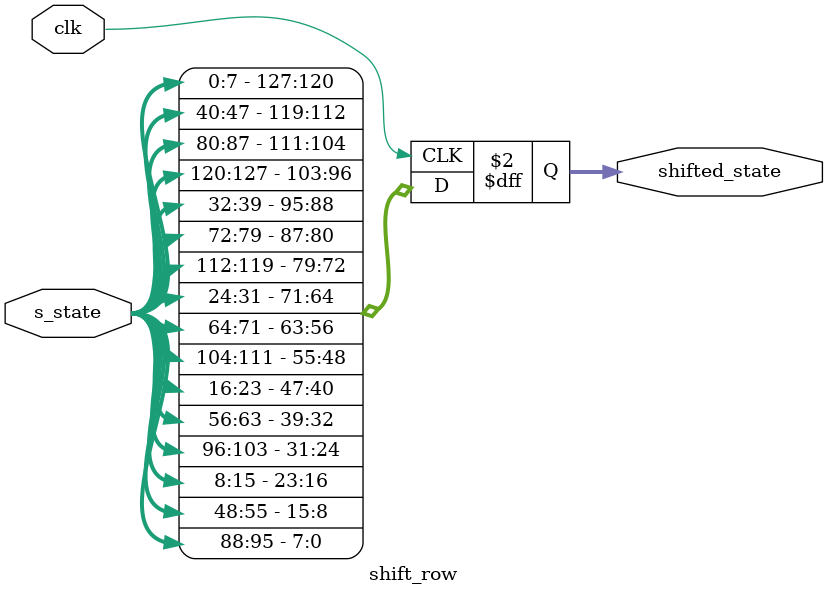
<source format=v>
`timescale 1ns / 1ps
module shift_row(clk,s_state,shifted_state);

input clk;
input [0:127] s_state;
output reg [0:127] shifted_state;

always @(posedge clk)
 begin
	//Column0
	shifted_state[0:7] = s_state[0:7];//Row0
	shifted_state[8:15] = s_state[40:47];//Row1
	shifted_state[16:23] = s_state[80:87];//Row2
	shifted_state[24:31] = s_state[120:127];//Row3
	//Column1
	shifted_state[32:39] = s_state[32:39];//Row0
	shifted_state[40:47] = s_state[72:79];//Row1
	shifted_state[48:55] = s_state[112:119];//Row2
	shifted_state[56:63] = s_state[24:31];//Row3
	//Column2
	shifted_state[64:71] = s_state[64:71];//Row0
	shifted_state[72:79] = s_state[104:111];//Row1
	shifted_state[80:87] = s_state[16:23];//Row2
	shifted_state[88:95] = s_state[56:63];//Row3
	//Column3
	shifted_state[96:103] = s_state[96:103];//Row0
	shifted_state[104:111] = s_state[8:15];//Row1
	shifted_state[112:119] = s_state[48:55];//Row2
	shifted_state[120:127] = s_state[88:95];//Row3

 end
endmodule

</source>
